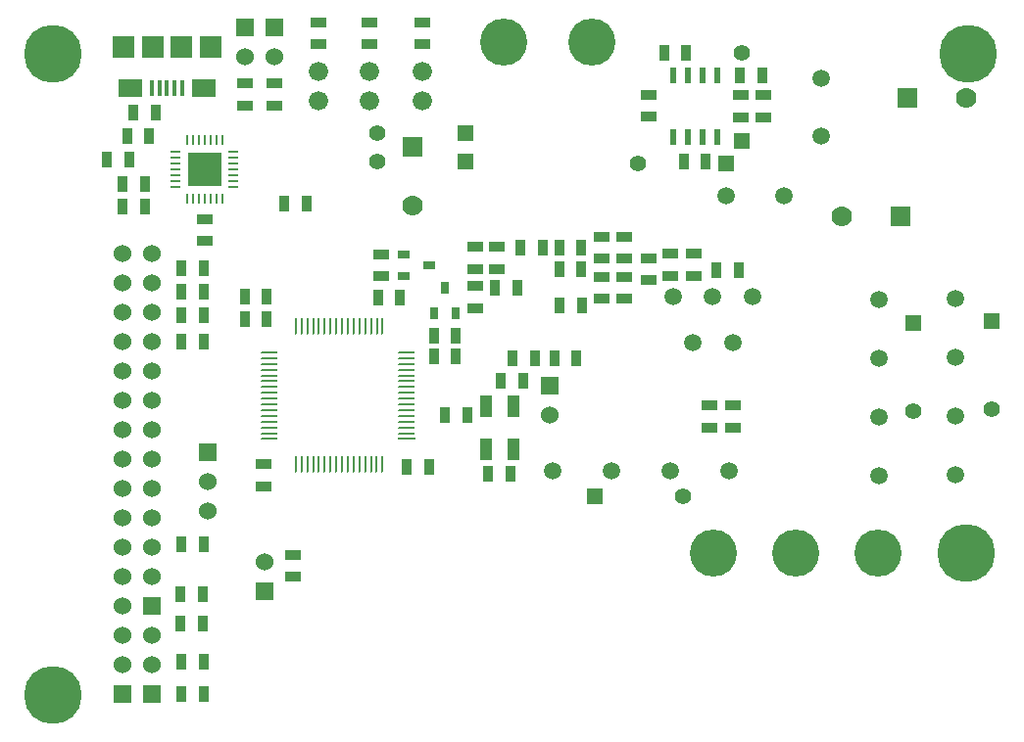
<source format=gts>
G04 (created by PCBNEW (2013-07-07 BZR 4022)-stable) date Sun 21 Dec 2014 12:52:01 PM MSK*
%MOIN*%
G04 Gerber Fmt 3.4, Leading zero omitted, Abs format*
%FSLAX34Y34*%
G01*
G70*
G90*
G04 APERTURE LIST*
%ADD10C,0.00590551*%
%ADD11C,0.19685*%
%ADD12R,0.055X0.035*%
%ADD13R,0.06X0.06*%
%ADD14C,0.06*%
%ADD15C,0.066*%
%ADD16R,0.06X0.0098*%
%ADD17O,0.06X0.0098*%
%ADD18O,0.0098X0.06*%
%ADD19R,0.0315X0.0394*%
%ADD20R,0.0394X0.0315*%
%ADD21R,0.0236X0.0551*%
%ADD22R,0.035X0.055*%
%ADD23C,0.0590551*%
%ADD24R,0.015748X0.0531496*%
%ADD25R,0.0787402X0.0629921*%
%ADD26R,0.0748031X0.0748031*%
%ADD27R,0.055X0.055*%
%ADD28C,0.055*%
%ADD29R,0.0433X0.0748*%
%ADD30R,0.07X0.07*%
%ADD31C,0.07*%
%ADD32C,0.16*%
%ADD33O,0.0098X0.0394*%
%ADD34O,0.0394X0.0098*%
%ADD35R,0.11811X0.11811*%
G04 APERTURE END LIST*
G54D10*
G54D11*
X32618Y-18566D03*
X1574Y-23425D03*
X32677Y-1574D03*
X1574Y-1574D03*
G54D12*
X14118Y-1261D03*
X14118Y-511D03*
X12338Y-1261D03*
X12338Y-511D03*
X10578Y-1261D03*
X10578Y-511D03*
X8098Y-3341D03*
X8098Y-2591D03*
X9098Y-3341D03*
X9098Y-2591D03*
G54D13*
X8098Y-666D03*
G54D14*
X8098Y-1666D03*
G54D13*
X9098Y-666D03*
G54D14*
X9098Y-1666D03*
G54D15*
X14118Y-3186D03*
X14118Y-2186D03*
X12338Y-3186D03*
X12338Y-2186D03*
X10578Y-3186D03*
X10578Y-2186D03*
G54D16*
X13609Y-14694D03*
G54D17*
X13609Y-14497D03*
X13609Y-14300D03*
X13609Y-14103D03*
X13609Y-13906D03*
X13609Y-13710D03*
X13609Y-13513D03*
X13609Y-13316D03*
X13609Y-13119D03*
X13609Y-12922D03*
X13609Y-12725D03*
X13609Y-12529D03*
X13609Y-12332D03*
X13609Y-12135D03*
X13609Y-11938D03*
X13609Y-11741D03*
G54D18*
X12774Y-10843D03*
X12577Y-10843D03*
X12380Y-10843D03*
X12183Y-10843D03*
X11986Y-10843D03*
X11790Y-10843D03*
X11593Y-10843D03*
X11396Y-10843D03*
X11199Y-10843D03*
X11002Y-10843D03*
X10805Y-10843D03*
X10609Y-10843D03*
X10412Y-10843D03*
X10215Y-10843D03*
X10018Y-10843D03*
X9821Y-10843D03*
G54D17*
X8923Y-11741D03*
X8923Y-11938D03*
X8923Y-12135D03*
X8923Y-12332D03*
X8923Y-12529D03*
X8923Y-12725D03*
X8923Y-12922D03*
X8923Y-13119D03*
X8923Y-13316D03*
X8923Y-13513D03*
X8923Y-13710D03*
X8923Y-13906D03*
X8923Y-14103D03*
X8923Y-14300D03*
X8923Y-14497D03*
X8923Y-14694D03*
G54D18*
X9821Y-15529D03*
X10018Y-15529D03*
X10412Y-15529D03*
X10215Y-15536D03*
X10609Y-15529D03*
X10805Y-15529D03*
X11002Y-15529D03*
X11199Y-15529D03*
X11396Y-15529D03*
X11593Y-15529D03*
X11787Y-15529D03*
X11984Y-15529D03*
X12181Y-15529D03*
X12378Y-15529D03*
X12574Y-15529D03*
X12771Y-15529D03*
G54D19*
X14898Y-9533D03*
X15273Y-10399D03*
X14523Y-10399D03*
G54D20*
X14351Y-8786D03*
X13485Y-9161D03*
X13485Y-8411D03*
G54D21*
X24147Y-4400D03*
X24147Y-2300D03*
X23647Y-4400D03*
X23147Y-4400D03*
X22647Y-4400D03*
X23647Y-2300D03*
X23147Y-2300D03*
X22647Y-2300D03*
G54D12*
X20998Y-8561D03*
X20998Y-7811D03*
X23346Y-9134D03*
X23346Y-8384D03*
X20238Y-8561D03*
X20238Y-7811D03*
G54D22*
X18783Y-8186D03*
X19533Y-8186D03*
G54D12*
X15918Y-8901D03*
X15918Y-8151D03*
X22559Y-9134D03*
X22559Y-8384D03*
X21811Y-9292D03*
X21811Y-8542D03*
G54D22*
X18783Y-8906D03*
X19533Y-8906D03*
G54D12*
X16658Y-8901D03*
X16658Y-8151D03*
G54D22*
X10178Y-6692D03*
X9428Y-6692D03*
G54D12*
X9718Y-18631D03*
X9718Y-19381D03*
G54D22*
X24882Y-8956D03*
X24132Y-8956D03*
X5943Y-23366D03*
X6693Y-23366D03*
X5943Y-22266D03*
X6693Y-22266D03*
G54D12*
X25729Y-3732D03*
X25729Y-2982D03*
G54D22*
X8838Y-10620D03*
X8088Y-10620D03*
X15273Y-11166D03*
X14523Y-11166D03*
G54D12*
X23891Y-13547D03*
X23891Y-14297D03*
X24679Y-13547D03*
X24679Y-14297D03*
X12718Y-9161D03*
X12718Y-8411D03*
G54D22*
X15653Y-13866D03*
X14903Y-13866D03*
X16363Y-15886D03*
X17113Y-15886D03*
X17553Y-12726D03*
X16803Y-12726D03*
X19373Y-11946D03*
X18623Y-11946D03*
X17953Y-11946D03*
X17203Y-11946D03*
X8838Y-9832D03*
X8088Y-9832D03*
G54D12*
X8739Y-15560D03*
X8739Y-16310D03*
G54D22*
X12616Y-9872D03*
X13366Y-9872D03*
X13600Y-15659D03*
X14350Y-15659D03*
X15276Y-11889D03*
X14526Y-11889D03*
X4153Y-5166D03*
X3403Y-5166D03*
X5053Y-3566D03*
X4303Y-3566D03*
X4833Y-4386D03*
X4083Y-4386D03*
X4693Y-6026D03*
X3943Y-6026D03*
X4693Y-6766D03*
X3943Y-6766D03*
G54D12*
X24969Y-3732D03*
X24969Y-2982D03*
G54D22*
X25684Y-2317D03*
X24934Y-2317D03*
X23103Y-1539D03*
X22353Y-1539D03*
G54D12*
X21822Y-3725D03*
X21822Y-2975D03*
G54D22*
X23772Y-5240D03*
X23022Y-5240D03*
X18803Y-10146D03*
X19553Y-10146D03*
X17463Y-8186D03*
X18213Y-8186D03*
X16603Y-9546D03*
X17353Y-9546D03*
G54D12*
X15918Y-10241D03*
X15918Y-9491D03*
X20238Y-9171D03*
X20238Y-9921D03*
X20998Y-9171D03*
X20998Y-9921D03*
G54D23*
X27677Y-4370D03*
X27677Y-2401D03*
X26437Y-6397D03*
X24468Y-6397D03*
G54D13*
X4918Y-23366D03*
G54D14*
X4918Y-22366D03*
X4918Y-21366D03*
G54D13*
X6820Y-15141D03*
G54D14*
X6820Y-16141D03*
X6820Y-17141D03*
G54D13*
X3918Y-23366D03*
G54D14*
X3918Y-22366D03*
X3918Y-21366D03*
G54D13*
X8758Y-19866D03*
G54D14*
X8758Y-18866D03*
G54D13*
X18458Y-12886D03*
G54D14*
X18458Y-13886D03*
G54D24*
X5954Y-2755D03*
X5698Y-2755D03*
X5442Y-2755D03*
X5186Y-2755D03*
X4930Y-2755D03*
G54D25*
X6682Y-2755D03*
X4202Y-2755D03*
G54D26*
X6918Y-1358D03*
X3965Y-1358D03*
X5914Y-1358D03*
X4969Y-1358D03*
G54D27*
X33484Y-10685D03*
G54D28*
X33484Y-13685D03*
G54D27*
X30826Y-10744D03*
G54D28*
X30826Y-13744D03*
G54D27*
X19996Y-16633D03*
G54D28*
X22996Y-16633D03*
G54D27*
X24472Y-5295D03*
G54D28*
X21472Y-5295D03*
G54D27*
X15598Y-4266D03*
G54D28*
X12598Y-4266D03*
G54D27*
X25009Y-4557D03*
G54D28*
X25009Y-1557D03*
G54D27*
X15578Y-5246D03*
G54D28*
X12578Y-5246D03*
G54D29*
X17211Y-15034D03*
X17211Y-13578D03*
X16305Y-13578D03*
X16305Y-15034D03*
G54D30*
X30614Y-3090D03*
G54D31*
X32614Y-3090D03*
G54D30*
X30409Y-7106D03*
G54D31*
X28409Y-7106D03*
G54D30*
X13798Y-4746D03*
G54D31*
X13798Y-6746D03*
G54D32*
X19898Y-1166D03*
X16898Y-1166D03*
X29618Y-18566D03*
X26818Y-18566D03*
X24018Y-18566D03*
G54D23*
X22671Y-9828D03*
X24009Y-9828D03*
X25348Y-9828D03*
X23340Y-11403D03*
X24679Y-11403D03*
X32263Y-11913D03*
X32263Y-13913D03*
X32263Y-9913D03*
X32263Y-15913D03*
X29645Y-11952D03*
X29645Y-13952D03*
X29645Y-9952D03*
X29645Y-15952D03*
X22574Y-15787D03*
X20574Y-15787D03*
X24574Y-15787D03*
X18574Y-15787D03*
G54D12*
X6721Y-7203D03*
X6721Y-7953D03*
G54D33*
X7312Y-4527D03*
X7115Y-4527D03*
X6918Y-4527D03*
X6721Y-4527D03*
X6524Y-4527D03*
X6327Y-4527D03*
X6130Y-4527D03*
G54D34*
X5737Y-4920D03*
X5737Y-5117D03*
X5737Y-5314D03*
X5737Y-5511D03*
X5737Y-5708D03*
X5737Y-5905D03*
X5737Y-6102D03*
G54D33*
X6130Y-6495D03*
X6327Y-6495D03*
X6524Y-6495D03*
X6721Y-6495D03*
X6918Y-6495D03*
X7115Y-6495D03*
X7312Y-6495D03*
G54D34*
X7705Y-6102D03*
X7705Y-5905D03*
X7705Y-5708D03*
X7705Y-5511D03*
X7705Y-5314D03*
X7705Y-5117D03*
X7705Y-4920D03*
G54D35*
X6721Y-5511D03*
G54D22*
X6654Y-19980D03*
X5904Y-19980D03*
X6654Y-20964D03*
X5904Y-20964D03*
X6693Y-18287D03*
X5943Y-18287D03*
X6693Y-8866D03*
X5943Y-8866D03*
X6693Y-9666D03*
X5943Y-9666D03*
X6693Y-10466D03*
X5943Y-10466D03*
X6693Y-11366D03*
X5943Y-11366D03*
G54D13*
X4918Y-20366D03*
G54D14*
X3918Y-20366D03*
X4918Y-19366D03*
X3918Y-19366D03*
X4918Y-18366D03*
X3918Y-18366D03*
X4918Y-17366D03*
X3918Y-17366D03*
X4918Y-16366D03*
X3918Y-16366D03*
X4918Y-15366D03*
X3918Y-15366D03*
X4918Y-14366D03*
X3918Y-14366D03*
X4918Y-13366D03*
X3918Y-13366D03*
X4918Y-12366D03*
X3918Y-12366D03*
X4918Y-11366D03*
X3918Y-11366D03*
X4918Y-10366D03*
X3918Y-10366D03*
X4918Y-9366D03*
X3918Y-9366D03*
X4918Y-8366D03*
X3918Y-8366D03*
M02*

</source>
